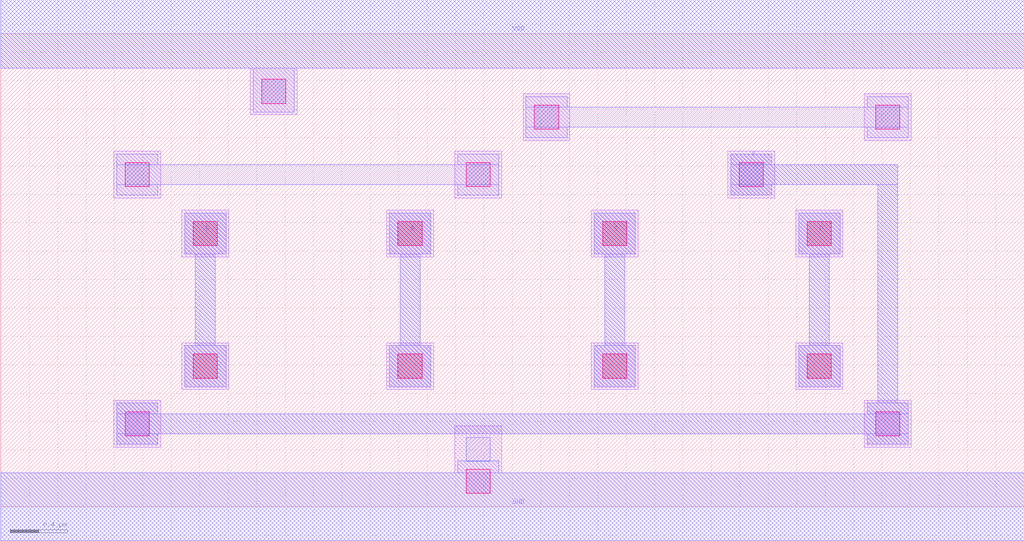
<source format=lef>
MACRO AOI22X1
 CLASS CORE ;
 FOREIGN AOI22X1 0 0 ;
 SIZE 7.2 BY 3.33 ;
 ORIGIN 0 0 ;
 SYMMETRY X Y R90 ;
 SITE unit ;
  PIN VDD
   DIRECTION INOUT ;
   USE POWER ;
   SHAPE ABUTMENT ;
    PORT
     CLASS CORE ;
       LAYER met1 ;
        RECT 0.00000000 3.09000000 7.20000000 3.57000000 ;
    END
  END VDD

  PIN GND
   DIRECTION INOUT ;
   USE POWER ;
   SHAPE ABUTMENT ;
    PORT
     CLASS CORE ;
       LAYER met1 ;
        RECT 0.00000000 -0.24000000 7.20000000 0.24000000 ;
    END
  END GND

  PIN Y
   DIRECTION INOUT ;
   USE SIGNAL ;
   SHAPE ABUTMENT ;
    PORT
     CLASS CORE ;
       LAYER met1 ;
        RECT 0.81500000 0.44000000 1.10500000 0.51500000 ;
        RECT 6.09500000 0.44000000 6.38500000 0.51500000 ;
        RECT 0.81500000 0.51500000 6.38500000 0.65500000 ;
        RECT 0.81500000 0.65500000 1.10500000 0.73000000 ;
        RECT 6.09500000 0.65500000 6.38500000 0.73000000 ;
        RECT 5.13500000 2.19500000 5.42500000 2.27000000 ;
        RECT 6.17000000 0.73000000 6.31000000 2.27000000 ;
        RECT 5.13500000 2.27000000 6.31000000 2.41000000 ;
        RECT 5.13500000 2.41000000 5.42500000 2.48500000 ;
    END
  END Y

  PIN D
   DIRECTION INOUT ;
   USE SIGNAL ;
   SHAPE ABUTMENT ;
    PORT
     CLASS CORE ;
       LAYER met1 ;
        RECT 5.61500000 0.84500000 5.90500000 1.13500000 ;
        RECT 5.69000000 1.13500000 5.83000000 1.78000000 ;
        RECT 5.61500000 1.78000000 5.90500000 2.07000000 ;
    END
  END D

  PIN C
   DIRECTION INOUT ;
   USE SIGNAL ;
   SHAPE ABUTMENT ;
    PORT
     CLASS CORE ;
       LAYER met1 ;
        RECT 4.17500000 0.84500000 4.46500000 1.13500000 ;
        RECT 4.25000000 1.13500000 4.39000000 1.78000000 ;
        RECT 4.17500000 1.78000000 4.46500000 2.07000000 ;
    END
  END C

  PIN A
   DIRECTION INOUT ;
   USE SIGNAL ;
   SHAPE ABUTMENT ;
    PORT
     CLASS CORE ;
       LAYER met1 ;
        RECT 2.73500000 0.84500000 3.02500000 1.13500000 ;
        RECT 2.81000000 1.13500000 2.95000000 1.78000000 ;
        RECT 2.73500000 1.78000000 3.02500000 2.07000000 ;
    END
  END A

  PIN B
   DIRECTION INOUT ;
   USE SIGNAL ;
   SHAPE ABUTMENT ;
    PORT
     CLASS CORE ;
       LAYER met1 ;
        RECT 1.29500000 0.84500000 1.58500000 1.13500000 ;
        RECT 1.37000000 1.13500000 1.51000000 1.78000000 ;
        RECT 1.29500000 1.78000000 1.58500000 2.07000000 ;
    END
  END B

 OBS
    LAYER polycont ;
     RECT 1.35500000 0.90500000 1.52500000 1.07500000 ;
     RECT 2.79500000 0.90500000 2.96500000 1.07500000 ;
     RECT 4.23500000 0.90500000 4.40500000 1.07500000 ;
     RECT 5.67500000 0.90500000 5.84500000 1.07500000 ;
     RECT 1.35500000 1.84000000 1.52500000 2.01000000 ;
     RECT 2.79500000 1.84000000 2.96500000 2.01000000 ;
     RECT 4.23500000 1.84000000 4.40500000 2.01000000 ;
     RECT 5.67500000 1.84000000 5.84500000 2.01000000 ;

    LAYER pdiffc ;
     RECT 0.87500000 2.25500000 1.04500000 2.42500000 ;
     RECT 3.27500000 2.25500000 3.44500000 2.42500000 ;
     RECT 5.19500000 2.25500000 5.36500000 2.42500000 ;
     RECT 3.75500000 2.66000000 3.92500000 2.83000000 ;
     RECT 6.15500000 2.66000000 6.32500000 2.83000000 ;
     RECT 1.83500000 2.84000000 2.00500000 3.01000000 ;

    LAYER ndiffc ;
     RECT 3.27500000 0.32000000 3.44500000 0.49000000 ;
     RECT 0.87500000 0.50000000 1.04500000 0.67000000 ;
     RECT 6.15500000 0.50000000 6.32500000 0.67000000 ;

    LAYER li1 ;
     RECT 3.27500000 0.09500000 3.44500000 0.24000000 ;
     RECT 3.19500000 0.24000000 3.52500000 0.57000000 ;
     RECT 0.79500000 0.42000000 1.12500000 0.75000000 ;
     RECT 6.07500000 0.42000000 6.40500000 0.75000000 ;
     RECT 1.27500000 0.82500000 1.60500000 1.15500000 ;
     RECT 2.71500000 0.82500000 3.04500000 1.15500000 ;
     RECT 4.15500000 0.82500000 4.48500000 1.15500000 ;
     RECT 5.59500000 0.82500000 5.92500000 1.15500000 ;
     RECT 1.27500000 1.76000000 1.60500000 2.09000000 ;
     RECT 2.71500000 1.76000000 3.04500000 2.09000000 ;
     RECT 4.15500000 1.76000000 4.48500000 2.09000000 ;
     RECT 5.59500000 1.76000000 5.92500000 2.09000000 ;
     RECT 0.79500000 2.17500000 1.12500000 2.50500000 ;
     RECT 3.19500000 2.17500000 3.52500000 2.50500000 ;
     RECT 5.11500000 2.17500000 5.44500000 2.50500000 ;
     RECT 3.67500000 2.58000000 4.00500000 2.91000000 ;
     RECT 6.07500000 2.58000000 6.40500000 2.91000000 ;
     RECT 1.75500000 2.76000000 2.08500000 3.09000000 ;

    LAYER viali ;
     RECT 3.27500000 0.09500000 3.44500000 0.26500000 ;
     RECT 0.87500000 0.50000000 1.04500000 0.67000000 ;
     RECT 6.15500000 0.50000000 6.32500000 0.67000000 ;
     RECT 1.35500000 0.90500000 1.52500000 1.07500000 ;
     RECT 2.79500000 0.90500000 2.96500000 1.07500000 ;
     RECT 4.23500000 0.90500000 4.40500000 1.07500000 ;
     RECT 5.67500000 0.90500000 5.84500000 1.07500000 ;
     RECT 1.35500000 1.84000000 1.52500000 2.01000000 ;
     RECT 2.79500000 1.84000000 2.96500000 2.01000000 ;
     RECT 4.23500000 1.84000000 4.40500000 2.01000000 ;
     RECT 5.67500000 1.84000000 5.84500000 2.01000000 ;
     RECT 0.87500000 2.25500000 1.04500000 2.42500000 ;
     RECT 3.27500000 2.25500000 3.44500000 2.42500000 ;
     RECT 5.19500000 2.25500000 5.36500000 2.42500000 ;
     RECT 3.75500000 2.66000000 3.92500000 2.83000000 ;
     RECT 6.15500000 2.66000000 6.32500000 2.83000000 ;
     RECT 1.83500000 2.84000000 2.00500000 3.01000000 ;

    LAYER met1 ;
     RECT 0.00000000 -0.24000000 7.20000000 0.24000000 ;
     RECT 3.21500000 0.24000000 3.50500000 0.32500000 ;
     RECT 1.29500000 0.84500000 1.58500000 1.13500000 ;
     RECT 1.37000000 1.13500000 1.51000000 1.78000000 ;
     RECT 1.29500000 1.78000000 1.58500000 2.07000000 ;
     RECT 2.73500000 0.84500000 3.02500000 1.13500000 ;
     RECT 2.81000000 1.13500000 2.95000000 1.78000000 ;
     RECT 2.73500000 1.78000000 3.02500000 2.07000000 ;
     RECT 4.17500000 0.84500000 4.46500000 1.13500000 ;
     RECT 4.25000000 1.13500000 4.39000000 1.78000000 ;
     RECT 4.17500000 1.78000000 4.46500000 2.07000000 ;
     RECT 5.61500000 0.84500000 5.90500000 1.13500000 ;
     RECT 5.69000000 1.13500000 5.83000000 1.78000000 ;
     RECT 5.61500000 1.78000000 5.90500000 2.07000000 ;
     RECT 0.81500000 2.19500000 1.10500000 2.27000000 ;
     RECT 3.21500000 2.19500000 3.50500000 2.27000000 ;
     RECT 0.81500000 2.27000000 3.50500000 2.41000000 ;
     RECT 0.81500000 2.41000000 1.10500000 2.48500000 ;
     RECT 3.21500000 2.41000000 3.50500000 2.48500000 ;
     RECT 0.81500000 0.44000000 1.10500000 0.51500000 ;
     RECT 6.09500000 0.44000000 6.38500000 0.51500000 ;
     RECT 0.81500000 0.51500000 6.38500000 0.65500000 ;
     RECT 0.81500000 0.65500000 1.10500000 0.73000000 ;
     RECT 6.09500000 0.65500000 6.38500000 0.73000000 ;
     RECT 5.13500000 2.19500000 5.42500000 2.27000000 ;
     RECT 6.17000000 0.73000000 6.31000000 2.27000000 ;
     RECT 5.13500000 2.27000000 6.31000000 2.41000000 ;
     RECT 5.13500000 2.41000000 5.42500000 2.48500000 ;
     RECT 3.69500000 2.60000000 3.98500000 2.67500000 ;
     RECT 6.09500000 2.60000000 6.38500000 2.67500000 ;
     RECT 3.69500000 2.67500000 6.38500000 2.81500000 ;
     RECT 3.69500000 2.81500000 3.98500000 2.89000000 ;
     RECT 6.09500000 2.81500000 6.38500000 2.89000000 ;
     RECT 1.77500000 2.78000000 2.06500000 3.09000000 ;
     RECT 0.00000000 3.09000000 7.20000000 3.57000000 ;

 END
END AOI22X1

</source>
